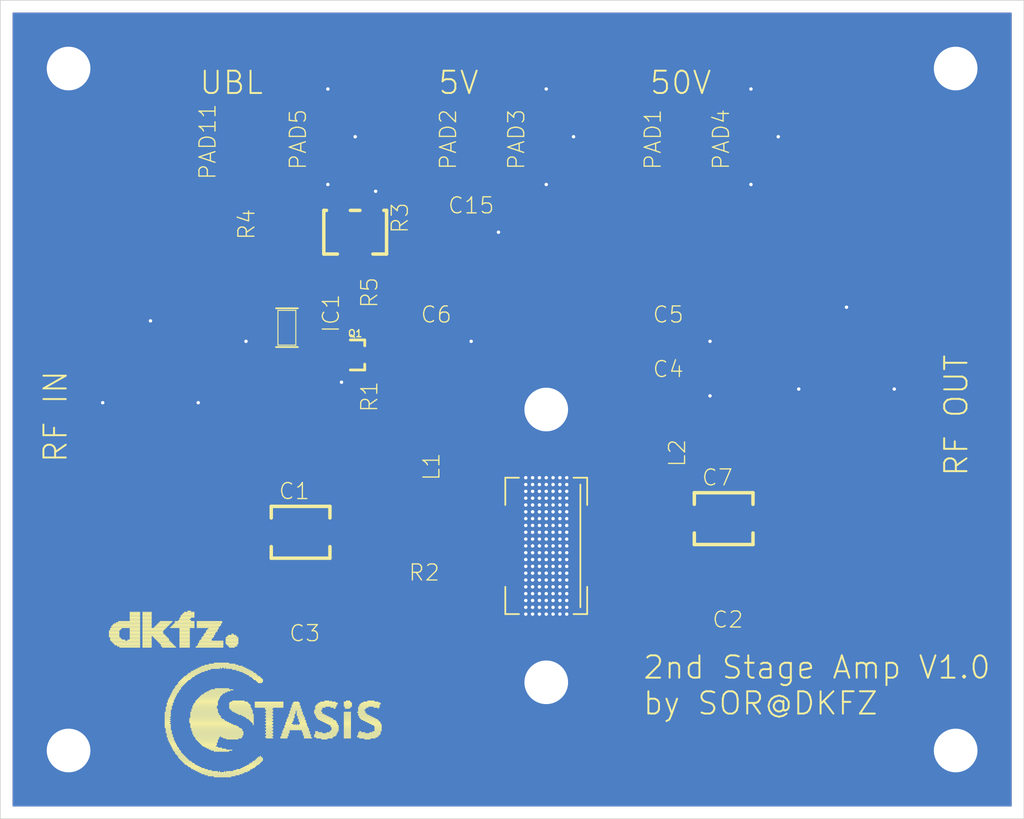
<source format=kicad_pcb>
(kicad_pcb (version 20240108) (generator "pcbnew") (generator_version "8.0")
  (layers (0 "F.Cu" signal) (31 "B.Cu" signal) (34 "B.Paste" user) (35 "F.Paste" user) (36 "B.SilkS" user "B.Silkscreen") (37 "F.SilkS" user "F.Silkscreen") (38 "B.Mask" user) (39 "F.Mask" user) (44 "Edge.Cuts" user))
  (net 0 "")
  (net 1 "N$1")
  (net 2 "N$2")
  (net 3 "N$3")
  (net 4 "N$4")
  (net 5 "N$6")
  (net 6 "GND")
  (net 7 "N$7")
  (net 8 "VCC")
  (net 9 "N$11")
  (net 10 "N$15")
  (net 11 "N$18")
  (net 12 "N$20")
  (net 13 "N$5")
  (footprint "Stage2_Amplifier:C0805_334" (layer "F.Cu") (at 145.0011 92.0036)
    (property "Reference" "C15" (at -1.27 -1.27 0) (layer "F.SilkS") (effects (font (size 1.176528 1.176528) (thickness 0.093472)) (justify left bottom)))
    (property "Value" "10nF")
    (pad "1" smd rect (at -0.95 0) (size 1.3 1.5) (layers "F.Cu" "F.Paste" "F.Mask") (net 8 "VCC"))
    (pad "2" smd rect (at 0.95 0) (size 1.3 1.5) (layers "F.Cu" "F.Paste" "F.Mask") (net 6 "GND"))
  )
  (footprint "Stage2_Amplifier:TO-270_ONBOARD" (layer "F.Cu") (at 151.0011 115.0036)
    (property "Reference" "U$1" (hide yes))
    (property "Value" "MRFE6VS25NR1" (hide yes))
    (pad "P$1" smd rect (at 4.1 0) (size 2.5 5) (layers "F.Cu" "F.Paste" "F.Mask") (net 4 "N$4"))
    (pad "P$2" smd rect (at -4.1 0) (size 2.5 5) (layers "F.Cu" "F.Paste" "F.Mask") (net 1 "N$1"))
    (pad "P$3" smd rect (at 0 0) (size 3.8 11) (layers "F.Cu" "F.Paste" "F.Mask") (net 6 "GND"))
  )
  (footprint "Stage2_Amplifier:SMD2,54-5,08_412" (layer "F.Cu") (at 135.0011 85.0036)
    (property "Reference" "PAD5" (at -1.5 2.5 90) (layer "F.SilkS") (effects (font (size 1.176528 1.176528) (thickness 0.093472)) (justify left bottom)))
    (property "Value" "")
    (pad "1" smd rect (at 0 0) (size 2.54 5.08) (layers "F.Cu" "F.Paste" "F.Mask") (net 6 "GND"))
  )
  (footprint "Stage2_Amplifier:C1210_334" (layer "F.Cu") (at 164.0011 118.0036)
    (property "Reference" "C2" (at -0.905 3.095 0) (layer "F.SilkS") (effects (font (size 1.176528 1.176528) (thickness 0.093472)) (justify left bottom)))
    (property "Value" "15pF")
    (pad "1" smd rect (at -1.4 0) (size 1.6 2.7) (layers "F.Cu" "F.Paste" "F.Mask") (net 4 "N$4"))
    (pad "2" smd rect (at 1.4 0) (size 1.6 2.7) (layers "F.Cu" "F.Paste" "F.Mask") (net 5 "N$6"))
  )
  (footprint "Stage2_Amplifier:LOGO_DKFZ" (layer "F.Cu") (at 119.0011 122.5036)
    (property "Reference" "U$5" (hide yes))
    (property "Value" "" (hide yes))
  )
  (footprint "Stage2_Amplifier:C1210_334" (layer "F.Cu") (at 133.0011 119.0036)
    (property "Reference" "C3" (at -0.905 3.095 0) (layer "F.SilkS") (effects (font (size 1.176528 1.176528) (thickness 0.093472)) (justify left bottom)))
    (property "Value" "5pF")
    (pad "1" smd rect (at -1.4 0) (size 1.6 2.7) (layers "F.Cu" "F.Paste" "F.Mask") (net 13 "N$5"))
    (pad "2" smd rect (at 1.4 0) (size 1.6 2.7) (layers "F.Cu" "F.Paste" "F.Mask") (net 2 "N$2"))
  )
  (footprint "Stage2_Amplifier:C0805_334" (layer "F.Cu") (at 143.0011 100.0036)
    (property "Reference" "C6" (at -1.27 -1.27 0) (layer "F.SilkS") (effects (font (size 1.176528 1.176528) (thickness 0.093472)) (justify left bottom)))
    (property "Value" "1nF")
    (pad "1" smd rect (at -0.95 0) (size 1.3 1.5) (layers "F.Cu" "F.Paste" "F.Mask") (net 9 "N$11"))
    (pad "2" smd rect (at 0.95 0) (size 1.3 1.5) (layers "F.Cu" "F.Paste" "F.Mask") (net 6 "GND"))
  )
  (footprint "Stage2_Amplifier:SOT23-5_87" (layer "F.Cu") (at 132.0011 99.0036 -90)
    (property "Reference" "IC1" (at -2.54 -2.54 90) (layer "F.SilkS") (effects (font (size 1.176528 1.176528) (thickness 0.093472)) (justify right top)))
    (property "Value" "74LVC1G14DBV")
    (pad "1" smd rect (at -0.95 1.29 270) (size 0.69 0.99) (layers "F.Cu" "F.Paste" "F.Mask"))
    (pad "2" smd rect (at 0 1.29 270) (size 0.69 0.99) (layers "F.Cu" "F.Paste" "F.Mask") (net 12 "N$20"))
    (pad "3" smd rect (at 0.95 1.29 270) (size 0.69 0.99) (layers "F.Cu" "F.Paste" "F.Mask") (net 6 "GND"))
    (pad "4" smd rect (at 0.95 -1.3 270) (size 0.69 0.99) (layers "F.Cu" "F.Paste" "F.Mask") (net 11 "N$18"))
    (pad "5" smd rect (at -0.95 -1.3 270) (size 0.69 0.99) (layers "F.Cu" "F.Paste" "F.Mask") (net 8 "VCC"))
  )
  (footprint "Stage2_Amplifier:LOGO_STASIS" (layer "F.Cu") (at 132.0011 128.0036)
    (property "Reference" "U$4" (hide yes))
    (property "Value" "" (hide yes))
  )
  (footprint "Stage2_Amplifier:R0805_334" (layer "F.Cu") (at 140.0011 97.0036 90)
    (property "Reference" "R5" (at -0.635 -1.27 90) (layer "F.SilkS") (effects (font (size 1.176528 1.176528) (thickness 0.093472)) (justify left bottom)))
    (property "Value" "220")
    (pad "1" smd rect (at -0.95 0 90) (size 1.3 1.5) (layers "F.Cu" "F.Paste" "F.Mask") (net 9 "N$11"))
    (pad "2" smd rect (at 0.95 0 90) (size 1.3 1.5) (layers "F.Cu" "F.Paste" "F.Mask") (net 10 "N$15"))
  )
  (footprint "Stage2_Amplifier:C1206_334" (layer "F.Cu") (at 160.0011 104.0036)
    (property "Reference" "C4" (at -1.27 -1.27 0) (layer "F.SilkS") (effects (font (size 1.176528 1.176528) (thickness 0.093472)) (justify left bottom)))
    (property "Value" "10nF")
    (pad "1" smd rect (at -1.4 0) (size 1.6 1.8) (layers "F.Cu" "F.Paste" "F.Mask") (net 7 "N$7"))
    (pad "2" smd rect (at 1.4 0) (size 1.6 1.8) (layers "F.Cu" "F.Paste" "F.Mask") (net 6 "GND"))
  )
  (footprint "Stage2_Amplifier:SMD2,54-5,08_412" (layer "F.Cu") (at 161.0011 85.0036)
    (property "Reference" "PAD1" (at -1.5 2.5 90) (layer "F.SilkS") (effects (font (size 1.176528 1.176528) (thickness 0.093472)) (justify left bottom)))
    (property "Value" "")
    (pad "1" smd rect (at 0 0) (size 2.54 5.08) (layers "F.Cu" "F.Paste" "F.Mask") (net 7 "N$7"))
  )
  (footprint "Stage2_Amplifier:R1206_334" (layer "F.Cu") (at 142.0011 115.0036 180)
    (property "Reference" "R2" (at -1.27 -1.27 0) (layer "F.SilkS") (effects (font (size 1.176528 1.176528) (thickness 0.093472)) (justify right top)))
    (property "Value" "2")
    (pad "1" smd rect (at -1.422 0 180) (size 1.6 1.803) (layers "F.Cu" "F.Paste" "F.Mask") (net 1 "N$1"))
    (pad "2" smd rect (at 1.422 0 180) (size 1.6 1.803) (layers "F.Cu" "F.Paste" "F.Mask") (net 2 "N$2"))
  )
  (footprint "Stage2_Amplifier:C1206_334" (layer "F.Cu") (at 160.0011 100.0036)
    (property "Reference" "C5" (at -1.27 -1.27 0) (layer "F.SilkS") (effects (font (size 1.176528 1.176528) (thickness 0.093472)) (justify left bottom)))
    (property "Value" "1nF")
    (pad "1" smd rect (at -1.4 0) (size 1.6 1.8) (layers "F.Cu" "F.Paste" "F.Mask") (net 7 "N$7"))
    (pad "2" smd rect (at 1.4 0) (size 1.6 1.8) (layers "F.Cu" "F.Paste" "F.Mask") (net 6 "GND"))
  )
  (footprint "Stage2_Amplifier:SMD2,54-5,08_412" (layer "F.Cu") (at 129.0011 85.0036 180)
    (property "Reference" "PAD11" (at 3.5 2.5 90) (layer "F.SilkS") (effects (font (size 1.176528 1.176528) (thickness 0.093472)) (justify right top)))
    (property "Value" "")
    (pad "1" smd rect (at 0 0 180) (size 2.54 5.08) (layers "F.Cu" "F.Paste" "F.Mask") (net 12 "N$20"))
  )
  (footprint "Stage2_Amplifier:SMD2,54-5,08_412" (layer "F.Cu") (at 151.0011 85.0036)
    (property "Reference" "PAD3" (at -1.5 2.5 90) (layer "F.SilkS") (effects (font (size 1.176528 1.176528) (thickness 0.093472)) (justify left bottom)))
    (property "Value" "")
    (pad "1" smd rect (at 0 0) (size 2.54 5.08) (layers "F.Cu" "F.Paste" "F.Mask") (net 6 "GND"))
  )
  (footprint "Stage2_Amplifier:COAX.141" (layer "F.Cu") (at 122.0011 111.0036 90)
    (property "Reference" "U$2" (hide yes))
    (property "Value" "COAX_CON_DIRECT" (hide yes))
    (pad "P$1" smd rect (at -3.363718 0 90) (size 4 2) (layers "F.Cu" "F.Paste" "F.Mask") (net 13 "N$5"))
    (pad "P$2" smd rect (at 6.545578 0 90) (size 10 5.588) (layers "F.Cu" "F.Paste" "F.Mask") (net 6 "GND"))
  )
  (footprint "Stage2_Amplifier:R1206_334" (layer "F.Cu") (at 140.0011 104.0036 90)
    (property "Reference" "R1" (at -1.27 -1.27 90) (layer "F.SilkS") (effects (font (size 1.176528 1.176528) (thickness 0.093472)) (justify left bottom)))
    (property "Value" "1")
    (pad "1" smd rect (at -1.422 0 90) (size 1.6 1.803) (layers "F.Cu" "F.Paste" "F.Mask") (net 3 "N$3"))
    (pad "2" smd rect (at 1.422 0 90) (size 1.6 1.803) (layers "F.Cu" "F.Paste" "F.Mask") (net 9 "N$11"))
  )
  (footprint "Stage2_Amplifier:COAX.141" (layer "F.Cu") (at 173.0011 110.0036 90)
    (property "Reference" "U$3" (hide yes))
    (property "Value" "COAX_CON_DIRECT" (hide yes))
    (pad "P$1" smd rect (at -3.363718 0 90) (size 4 2) (layers "F.Cu" "F.Paste" "F.Mask") (net 5 "N$6"))
    (pad "P$2" smd rect (at 6.545578 0 90) (size 10 5.588) (layers "F.Cu" "F.Paste" "F.Mask") (net 6 "GND"))
  )
  (footprint "Stage2_Amplifier:CTRIMTZBX4_334" (layer "F.Cu") (at 164.0011 113.0036 90)
    (property "Reference" "C7" (at 3.7 0.75 0) (layer "F.SilkS") (effects (font (size 1.176528 1.176528) (thickness 0.093472)) (justify right top)))
    (property "Value" "1-10pF")
    (pad "1" smd rect (at 0 -1.8 90) (size 1.6 1.2) (layers "F.Cu" "F.Paste" "F.Mask") (net 4 "N$4"))
    (pad "2" smd rect (at 0 1.8 90) (size 1.6 1.2) (layers "F.Cu" "F.Paste" "F.Mask") (net 5 "N$6"))
  )
  (footprint "Stage2_Amplifier:SMD2,54-5,08_412" (layer "F.Cu") (at 146.0011 85.0036)
    (property "Reference" "PAD2" (at -1.5 2.5 90) (layer "F.SilkS") (effects (font (size 1.176528 1.176528) (thickness 0.093472)) (justify left bottom)))
    (property "Value" "")
    (pad "1" smd rect (at 0 0) (size 2.54 5.08) (layers "F.Cu" "F.Paste" "F.Mask") (net 8 "VCC"))
  )
  (footprint "Stage2_Amplifier:SOT323_514" (layer "F.Cu") (at 137.0011 101.0036 -90)
    (property "Reference" "Q1" (at -1.27 0 0) (layer "F.SilkS") (effects (font (size 0.512064 0.512064) (thickness 0.097536)) (justify bottom)))
    (property "Value" "2N7002PW")
    (pad "1" smd rect (at -0.65 0.925 270) (size 0.7 0.7) (layers "F.Cu" "F.Paste" "F.Mask") (net 11 "N$18"))
    (pad "2" smd rect (at 0.65 0.925 270) (size 0.7 0.7) (layers "F.Cu" "F.Paste" "F.Mask") (net 6 "GND"))
    (pad "3" smd rect (at 0 -0.925 270) (size 0.7 0.7) (layers "F.Cu" "F.Paste" "F.Mask") (net 9 "N$11"))
  )
  (footprint "Stage2_Amplifier:L3225P_334" (layer "F.Cu") (at 158.0011 109.0036 -90)
    (property "Reference" "L2" (at -1.905 -1.905 90) (layer "F.SilkS") (effects (font (size 1.176528 1.176528) (thickness 0.093472)) (justify right top)))
    (property "Value" "")
    (pad "1" smd rect (at -1.4 0 270) (size 1.8 2) (layers "F.Cu" "F.Paste" "F.Mask") (net 7 "N$7"))
    (pad "2" smd rect (at 1.4 0 270) (size 1.8 2) (layers "F.Cu" "F.Paste" "F.Mask") (net 4 "N$4"))
  )
  (footprint "Stage2_Amplifier:CTRIMTZBX4_334" (layer "F.Cu") (at 133.0011 114.0036 90)
    (property "Reference" "C1" (at 3.7 0.75 0) (layer "F.SilkS") (effects (font (size 1.176528 1.176528) (thickness 0.093472)) (justify right top)))
    (property "Value" "1-10pF")
    (pad "1" smd rect (at 0 -1.8 90) (size 1.6 1.2) (layers "F.Cu" "F.Paste" "F.Mask") (net 13 "N$5"))
    (pad "2" smd rect (at 0 1.8 90) (size 1.6 1.2) (layers "F.Cu" "F.Paste" "F.Mask") (net 2 "N$2"))
  )
  (footprint "Stage2_Amplifier:L3225P_334" (layer "F.Cu") (at 140.0011 110.0036 -90)
    (property "Reference" "L1" (at -1.905 -1.905 90) (layer "F.SilkS") (effects (font (size 1.176528 1.176528) (thickness 0.093472)) (justify right top)))
    (property "Value" "39nH (1111SQ-39NGEC)")
    (pad "1" smd rect (at -1.4 0 270) (size 1.8 2) (layers "F.Cu" "F.Paste" "F.Mask") (net 3 "N$3"))
    (pad "2" smd rect (at 1.4 0 270) (size 1.8 2) (layers "F.Cu" "F.Paste" "F.Mask") (net 2 "N$2"))
  )
  (footprint "Stage2_Amplifier:RTRIM3224W_334" (layer "F.Cu") (at 137.0011 92.0036 180)
    (property "Reference" "R3" (at -2.59 2.255 90) (layer "F.SilkS") (effects (font (size 1.176528 1.176528) (thickness 0.093472)) (justify right top)))
    (property "Value" "3224W-1-501E")
    (pad "1" smd rect (at -1.25 1.45 180) (size 1.3 1.6) (layers "F.Cu" "F.Paste" "F.Mask") (net 6 "GND"))
    (pad "2" smd rect (at 0 -1.45 180) (size 2 1.6) (layers "F.Cu" "F.Paste" "F.Mask") (net 10 "N$15"))
    (pad "3" smd rect (at 1.25 1.45 180) (size 1.3 1.6) (layers "F.Cu" "F.Paste" "F.Mask") (net 8 "VCC"))
  )
  (footprint "Stage2_Amplifier:R0805_334" (layer "F.Cu") (at 131.0011 92.0036 90)
    (property "Reference" "R4" (at -0.635 -1.27 90) (layer "F.SilkS") (effects (font (size 1.176528 1.176528) (thickness 0.093472)) (justify left bottom)))
    (property "Value" "47k")
    (pad "1" smd rect (at -0.95 0 90) (size 1.3 1.5) (layers "F.Cu" "F.Paste" "F.Mask") (net 12 "N$20"))
    (pad "2" smd rect (at 0.95 0 90) (size 1.3 1.5) (layers "F.Cu" "F.Paste" "F.Mask") (net 6 "GND"))
  )
  (footprint "Stage2_Amplifier:SMD2,54-5,08_412" (layer "F.Cu") (at 166.0011 85.0036)
    (property "Reference" "PAD4" (at -1.5 2.5 90) (layer "F.SilkS") (effects (font (size 1.176528 1.176528) (thickness 0.093472)) (justify left bottom)))
    (property "Value" "")
    (pad "1" smd rect (at 0 0) (size 2.54 5.08) (layers "F.Cu" "F.Paste" "F.Mask") (net 6 "GND"))
  )
  (gr_line (start 111.0011 135.0036) (end 186.0011 135.0036) (stroke (width 0.05)) (layer "Edge.Cuts"))
  (gr_line (start 186.0011 135.0036) (end 186.0011 75.0036) (stroke (width 0.05)) (layer "Edge.Cuts"))
  (gr_line (start 186.0011 75.0036) (end 111.0011 75.0036) (stroke (width 0.05)) (layer "Edge.Cuts"))
  (gr_line (start 111.0011 75.0036) (end 111.0011 135.0036) (stroke (width 0.05)) (layer "Edge.Cuts"))
  (gr_text "RF OUT" (at 182.0011 110.0036 90) (layer "F.SilkS") (effects (font (size 1.63576 1.63576) (thickness 0.14224)) (justify left bottom)))
  (gr_text "2nd Stage Amp V1.0\nby SOR@DKFZ" (at 158.0011 127.5036 0) (layer "F.SilkS") (effects (font (size 1.63576 1.63576) (thickness 0.14224)) (justify left bottom)))
  (gr_text "50V" (at 158.5011 82.0036 0) (layer "F.SilkS") (effects (font (size 1.63576 1.63576) (thickness 0.14224)) (justify left bottom)))
  (gr_text "RF IN" (at 116.0011 109.0036 90) (layer "F.SilkS") (effects (font (size 1.63576 1.63576) (thickness 0.14224)) (justify left bottom)))
  (gr_text "5V" (at 143.0011 82.0036 0) (layer "F.SilkS") (effects (font (size 1.63576 1.63576) (thickness 0.14224)) (justify left bottom)))
  (gr_text "UBL" (at 125.5011 82.0036 0) (layer "F.SilkS") (effects (font (size 1.63576 1.63576) (thickness 0.14224)) (justify left bottom)))
  (segment (start 146.9011 115.0036) (end 143.4231 115.0036) (width 1.27) (layer "F.Cu") (net 1))
  (segment (start 139.5791 114.0036) (end 140.0011 114.4256) (width 1.27) (layer "F.Cu") (net 2))
  (segment (start 134.4011 119.0036) (end 139.4011 114.0036) (width 1.27) (layer "F.Cu") (net 2))
  (segment (start 140.0011 114.4256) (end 140.0011 111.4036) (width 1.27) (layer "F.Cu") (net 2))
  (segment (start 140.5791 115.0036) (end 140.0011 114.4256) (width 1.27) (layer "F.Cu") (net 2))
  (segment (start 139.4011 114.0036) (end 139.5791 114.0036) (width 1.27) (layer "F.Cu") (net 2))
  (segment (start 134.8011 114.0036) (end 139.4011 114.0036) (width 1.27) (layer "F.Cu") (net 2))
  (segment (start 140.0011 108.6036) (end 140.0011 105.4256) (width 1.27) (layer "F.Cu") (net 3))
  (segment (start 159.6011 115.0036) (end 160.2011 115.0036) (width 1.27) (layer "F.Cu") (net 4))
  (segment (start 162.6011 118.0036) (end 159.6011 115.0036) (width 1.27) (layer "F.Cu") (net 4))
  (segment (start 158.0011 112.1036) (end 155.1011 115.0036) (width 1.27) (layer "F.Cu") (net 4))
  (segment (start 162.2011 113.0036) (end 160.2011 115.0036) (width 1.27) (layer "F.Cu") (net 4))
  (segment (start 155.1011 115.0036) (end 159.0011 115.0036) (width 1.27) (layer "F.Cu") (net 4))
  (segment (start 158.0011 110.4036) (end 158.0011 112.1036) (width 1.27) (layer "F.Cu") (net 4))
  (segment (start 159.6011 115.0036) (end 159.0011 115.0036) (width 1.27) (layer "F.Cu") (net 4))
  (segment (start 165.8011 113.0036) (end 169.673662 113.0036) (width 1.27) (layer "F.Cu") (net 5))
  (segment (start 170.037381 113.367319) (end 173.0011 113.367319) (width 1.27) (layer "F.Cu") (net 5))
  (segment (start 165.4011 118.0036) (end 170.037381 113.367319) (width 1.27) (layer "F.Cu") (net 5))
  (segment (start 169.673662 113.0036) (end 170.037381 113.367319) (width 1.27) (layer "F.Cu") (net 5))
  (via (at 151.0011 119.0036) (size 0.6564) (drill 0.25) (layers "F.Cu" "B.Cu") (net 6))
  (via (at 152.0011 118.5036) (size 0.6564) (drill 0.25) (layers "F.Cu" "B.Cu") (net 6))
  (via (at 152.5011 110.0036) (size 0.6564) (drill 0.25) (layers "F.Cu" "B.Cu") (net 6))
  (via (at 149.5011 118.0036) (size 0.6564) (drill 0.25) (layers "F.Cu" "B.Cu") (net 6))
  (via (at 151.0011 113.0036) (size 0.6564) (drill 0.25) (layers "F.Cu" "B.Cu") (net 6))
  (via (at 151.0011 114.0036) (size 0.6564) (drill 0.25) (layers "F.Cu" "B.Cu") (net 6))
  (via (at 151.0011 115.0036) (size 0.6564) (drill 0.25) (layers "F.Cu" "B.Cu") (net 6))
  (via (at 176.5011 103.5036) (size 0.6564) (drill 0.25) (layers "F.Cu" "B.Cu") (net 6))
  (via (at 116.0011 130.0036) (size 3.6064) (drill 3.2) (layers "F.Cu" "B.Cu") (net 6))
  (via (at 152.0011 118.0036) (size 0.6564) (drill 0.25) (layers "F.Cu" "B.Cu") (net 6))
  (via (at 151.0011 105.0036) (size 3.6064) (drill 3.2) (layers "F.Cu" "B.Cu") (net 6))
  (via (at 152.5011 118.5036) (size 0.6564) (drill 0.25) (layers "F.Cu" "B.Cu") (net 6))
  (via (at 150.5011 117.0036) (size 0.6564) (drill 0.25) (layers "F.Cu" "B.Cu") (net 6))
  (via (at 181.0011 80.0036) (size 3.6064) (drill 3.2) (layers "F.Cu" "B.Cu") (net 6))
  (via (at 149.5011 113.5036) (size 0.6564) (drill 0.25) (layers "F.Cu" "B.Cu") (net 6))
  (via (at 145.5011 100.0036) (size 0.6564) (drill 0.25) (layers "F.Cu" "B.Cu") (net 6))
  (via (at 149.5011 115.0036) (size 0.6564) (drill 0.25) (layers "F.Cu" "B.Cu") (net 6))
  (via (at 151.5011 111.0036) (size 0.6564) (drill 0.25) (layers "F.Cu" "B.Cu") (net 6))
  (via (at 150.5011 113.0036) (size 0.6564) (drill 0.25) (layers "F.Cu" "B.Cu") (net 6))
  (via (at 150.0011 114.0036) (size 0.6564) (drill 0.25) (layers "F.Cu" "B.Cu") (net 6))
  (via (at 150.0011 116.0036) (size 0.6564) (drill 0.25) (layers "F.Cu" "B.Cu") (net 6))
  (via (at 150.0011 116.5036) (size 0.6564) (drill 0.25) (layers "F.Cu" "B.Cu") (net 6))
  (via (at 152.0011 117.5036) (size 0.6564) (drill 0.25) (layers "F.Cu" "B.Cu") (net 6))
  (via (at 149.5011 114.5036) (size 0.6564) (drill 0.25) (layers "F.Cu" "B.Cu") (net 6))
  (via (at 151.5011 112.0036) (size 0.6564) (drill 0.25) (layers "F.Cu" "B.Cu") (net 6))
  (via (at 116.0011 80.0036) (size 3.6064) (drill 3.2) (layers "F.Cu" "B.Cu") (net 6))
  (via (at 166.0011 88.5036) (size 0.6564) (drill 0.25) (layers "F.Cu" "B.Cu") (net 6))
  (via (at 152.0011 110.5036) (size 0.6564) (drill 0.25) (layers "F.Cu" "B.Cu") (net 6))
  (via (at 152.0011 119.0036) (size 0.6564) (drill 0.25) (layers "F.Cu" "B.Cu") (net 6))
  (via (at 149.5011 111.0036) (size 0.6564) (drill 0.25) (layers "F.Cu" "B.Cu") (net 6))
  (via (at 152.0011 116.0036) (size 0.6564) (drill 0.25) (layers "F.Cu" "B.Cu") (net 6))
  (via (at 152.0011 115.0036) (size 0.6564) (drill 0.25) (layers "F.Cu" "B.Cu") (net 6))
  (via (at 150.5011 118.5036) (size 0.6564) (drill 0.25) (layers "F.Cu" "B.Cu") (net 6))
  (via (at 151.0011 117.5036) (size 0.6564) (drill 0.25) (layers "F.Cu" "B.Cu") (net 6))
  (via (at 152.5011 110.5036) (size 0.6564) (drill 0.25) (layers "F.Cu" "B.Cu") (net 6))
  (via (at 151.0011 110.0036) (size 0.6564) (drill 0.25) (layers "F.Cu" "B.Cu") (net 6))
  (via (at 150.5011 112.0036) (size 0.6564) (drill 0.25) (layers "F.Cu" "B.Cu") (net 6))
  (via (at 168.0011 85.0036) (size 0.6564) (drill 0.25) (layers "F.Cu" "B.Cu") (net 6))
  (via (at 152.5011 116.5036) (size 0.6564) (drill 0.25) (layers "F.Cu" "B.Cu") (net 6))
  (via (at 149.5011 112.0036) (size 0.6564) (drill 0.25) (layers "F.Cu" "B.Cu") (net 6))
  (via (at 152.0011 110.0036) (size 0.6564) (drill 0.25) (layers "F.Cu" "B.Cu") (net 6))
  (via (at 150.0011 111.5036) (size 0.6564) (drill 0.25) (layers "F.Cu" "B.Cu") (net 6))
  (via (at 149.5011 118.5036) (size 0.6564) (drill 0.25) (layers "F.Cu" "B.Cu") (net 6))
  (via (at 151.0011 119.5036) (size 0.6564) (drill 0.25) (layers "F.Cu" "B.Cu") (net 6))
  (via (at 135.0011 88.5036) (size 0.6564) (drill 0.25) (layers "F.Cu" "B.Cu") (net 6))
  (via (at 151.0011 112.0036) (size 0.6564) (drill 0.25) (layers "F.Cu" "B.Cu") (net 6))
  (via (at 151.0011 118.0036) (size 0.6564) (drill 0.25) (layers "F.Cu" "B.Cu") (net 6))
  (via (at 135.0011 81.5036) (size 0.6564) (drill 0.25) (layers "F.Cu" "B.Cu") (net 6))
  (via (at 150.0011 113.0036) (size 0.6564) (drill 0.25) (layers "F.Cu" "B.Cu") (net 6))
  (via (at 150.0011 113.5036) (size 0.6564) (drill 0.25) (layers "F.Cu" "B.Cu") (net 6))
  (via (at 150.5011 116.5036) (size 0.6564) (drill 0.25) (layers "F.Cu" "B.Cu") (net 6))
  (via (at 150.5011 119.5036) (size 0.6564) (drill 0.25) (layers "F.Cu" "B.Cu") (net 6))
  (via (at 151.5011 115.5036) (size 0.6564) (drill 0.25) (layers "F.Cu" "B.Cu") (net 6))
  (via (at 150.0011 112.5036) (size 0.6564) (drill 0.25) (layers "F.Cu" "B.Cu") (net 6))
  (via (at 153.0011 85.0036) (size 0.6564) (drill 0.25) (layers "F.Cu" "B.Cu") (net 6))
  (via (at 150.0011 117.0036) (size 0.6564) (drill 0.25) (layers "F.Cu" "B.Cu") (net 6))
  (via (at 151.0011 81.5036) (size 0.6564) (drill 0.25) (layers "F.Cu" "B.Cu") (net 6))
  (via (at 149.5011 116.5036) (size 0.6564) (drill 0.25) (layers "F.Cu" "B.Cu") (net 6))
  (via (at 152.5011 112.5036) (size 0.6564) (drill 0.25) (layers "F.Cu" "B.Cu") (net 6))
  (via (at 149.5011 114.0036) (size 0.6564) (drill 0.25) (layers "F.Cu" "B.Cu") (net 6))
  (via (at 152.5011 118.0036) (size 0.6564) (drill 0.25) (layers "F.Cu" "B.Cu") (net 6))
  (via (at 151.5011 119.5036) (size 0.6564) (drill 0.25) (layers "F.Cu" "B.Cu") (net 6))
  (via (at 150.0011 115.0036) (size 0.6564) (drill 0.25) (layers "F.Cu" "B.Cu") (net 6))
  (via (at 149.5011 112.5036) (size 0.6564) (drill 0.25) (layers "F.Cu" "B.Cu") (net 6))
  (via (at 150.5011 114.0036) (size 0.6564) (drill 0.25) (layers "F.Cu" "B.Cu") (net 6))
  (via (at 151.5011 118.5036) (size 0.6564) (drill 0.25) (layers "F.Cu" "B.Cu") (net 6))
  (via (at 138.5011 89.0036) (size 0.6564) (drill 0.25) (layers "F.Cu" "B.Cu") (net 6))
  (via (at 151.5011 113.5036) (size 0.6564) (drill 0.25) (layers "F.Cu" "B.Cu") (net 6))
  (via (at 151.0011 113.5036) (size 0.6564) (drill 0.25) (layers "F.Cu" "B.Cu") (net 6))
  (via (at 152.5011 113.0036) (size 0.6564) (drill 0.25) (layers "F.Cu" "B.Cu") (net 6))
  (via (at 152.0011 111.0036) (size 0.6564) (drill 0.25) (layers "F.Cu" "B.Cu") (net 6))
  (via (at 151.0011 116.5036) (size 0.6564) (drill 0.25) (layers "F.Cu" "B.Cu") (net 6))
  (via (at 149.5011 120.0036) (size 0.6564) (drill 0.25) (layers "F.Cu" "B.Cu") (net 6))
  (via (at 150.0011 114.5036) (size 0.6564) (drill 0.25) (layers "F.Cu" "B.Cu") (net 6))
  (via (at 151.5011 110.0036) (size 0.6564) (drill 0.25) (layers "F.Cu" "B.Cu") (net 6))
  (via (at 151.0011 117.0036) (size 0.6564) (drill 0.25) (layers "F.Cu" "B.Cu") (net 6))
  (via (at 150.0011 111.0036) (size 0.6564) (drill 0.25) (layers "F.Cu" "B.Cu") (net 6))
  (via (at 151.5011 117.0036) (size 0.6564) (drill 0.25) (layers "F.Cu" "B.Cu") (net 6))
  (via (at 149.5011 117.5036) (size 0.6564) (drill 0.25) (layers "F.Cu" "B.Cu") (net 6))
  (via (at 149.5011 119.5036) (size 0.6564) (drill 0.25) (layers "F.Cu" "B.Cu") (net 6))
  (via (at 137.0011 85.0036) (size 0.6564) (drill 0.25) (layers "F.Cu" "B.Cu") (net 6))
  (via (at 152.5011 114.5036) (size 0.6564) (drill 0.25) (layers "F.Cu" "B.Cu") (net 6))
  (via (at 181.0011 130.0036) (size 3.6064) (drill 3.2) (layers "F.Cu" "B.Cu") (net 6))
  (via (at 151.5011 113.0036) (size 0.6564) (drill 0.25) (layers "F.Cu" "B.Cu") (net 6))
  (via (at 152.5011 119.5036) (size 0.6564) (drill 0.25) (layers "F.Cu" "B.Cu") (net 6))
  (via (at 152.0011 114.0036) (size 0.6564) (drill 0.25) (layers "F.Cu" "B.Cu") (net 6))
  (via (at 118.5011 104.5036) (size 0.6564) (drill 0.25) (layers "F.Cu" "B.Cu") (net 6))
  (via (at 152.0011 111.5036) (size 0.6564) (drill 0.25) (layers "F.Cu" "B.Cu") (net 6))
  (via (at 151.0011 116.0036) (size 0.6564) (drill 0.25) (layers "F.Cu" "B.Cu") (net 6))
  (via (at 150.0011 117.5036) (size 0.6564) (drill 0.25) (layers "F.Cu" "B.Cu") (net 6))
  (via (at 150.0011 110.5036) (size 0.6564) (drill 0.25) (layers "F.Cu" "B.Cu") (net 6))
  (via (at 152.5011 111.5036) (size 0.6564) (drill 0.25) (layers "F.Cu" "B.Cu") (net 6))
  (via (at 129.0011 100.0036) (size 0.6564) (drill 0.25) (layers "F.Cu" "B.Cu") (net 6))
  (via (at 151.5011 117.5036) (size 0.6564) (drill 0.25) (layers "F.Cu" "B.Cu") (net 6))
  (via (at 150.0011 112.0036) (size 0.6564) (drill 0.25) (layers "F.Cu" "B.Cu") (net 6))
  (via (at 150.0011 119.0036) (size 0.6564) (drill 0.25) (layers "F.Cu" "B.Cu") (net 6))
  (via (at 169.5011 103.5036) (size 0.6564) (drill 0.25) (layers "F.Cu" "B.Cu") (net 6))
  (via (at 152.5011 116.0036) (size 0.6564) (drill 0.25) (layers "F.Cu" "B.Cu") (net 6))
  (via (at 151.0011 125.0036) (size 3.6064) (drill 3.2) (layers "F.Cu" "B.Cu") (net 6))
  (via (at 150.5011 112.5036) (size 0.6564) (drill 0.25) (layers "F.Cu" "B.Cu") (net 6))
  (via (at 149.5011 113.0036) (size 0.6564) (drill 0.25) (layers "F.Cu" "B.Cu") (net 6))
  (via (at 122.0011 98.5036) (size 0.6564) (drill 0.25) (layers "F.Cu" "B.Cu") (net 6))
  (via (at 149.5011 119.0036) (size 0.6564) (drill 0.25) (layers "F.Cu" "B.Cu") (net 6))
  (via (at 151.0011 111.5036) (size 0.6564) (drill 0.25) (layers "F.Cu" "B.Cu") (net 6))
  (via (at 152.5011 112.0036) (size 0.6564) (drill 0.25) (layers "F.Cu" "B.Cu") (net 6))
  (via (at 150.5011 110.5036) (size 0.6564) (drill 0.25) (layers "F.Cu" "B.Cu") (net 6))
  (via (at 150.5011 115.5036) (size 0.6564) (drill 0.25) (layers "F.Cu" "B.Cu") (net 6))
  (via (at 150.0011 110.0036) (size 0.6564) (drill 0.25) (layers "F.Cu" "B.Cu") (net 6))
  (via (at 152.5011 113.5036) (size 0.6564) (drill 0.25) (layers "F.Cu" "B.Cu") (net 6))
  (via (at 150.5011 120.0036) (size 0.6564) (drill 0.25) (layers "F.Cu" "B.Cu") (net 6))
  (via (at 152.5011 117.5036) (size 0.6564) (drill 0.25) (layers "F.Cu" "B.Cu") (net 6))
  (via (at 149.5011 110.0036) (size 0.6564) (drill 0.25) (layers "F.Cu" "B.Cu") (net 6))
  (via (at 151.5011 110.5036) (size 0.6564) (drill 0.25) (layers "F.Cu" "B.Cu") (net 6))
  (via (at 152.0011 120.0036) (size 0.6564) (drill 0.25) (layers "F.Cu" "B.Cu") (net 6))
  (via (at 150.0011 119.5036) (size 0.6564) (drill 0.25) (layers "F.Cu" "B.Cu") (net 6))
  (via (at 151.5011 112.5036) (size 0.6564) (drill 0.25) (layers "F.Cu" "B.Cu") (net 6))
  (via (at 152.0011 119.5036) (size 0.6564) (drill 0.25) (layers "F.Cu" "B.Cu") (net 6))
  (via (at 151.5011 116.0036) (size 0.6564) (drill 0.25) (layers "F.Cu" "B.Cu") (net 6))
  (via (at 151.0011 118.5036) (size 0.6564) (drill 0.25) (layers "F.Cu" "B.Cu") (net 6))
  (via (at 152.5011 115.0036) (size 0.6564) (drill 0.25) (layers "F.Cu" "B.Cu") (net 6))
  (via (at 151.0011 88.5036) (size 0.6564) (drill 0.25) (layers "F.Cu" "B.Cu") (net 6))
  (via (at 152.0011 114.5036) (size 0.6564) (drill 0.25) (layers "F.Cu" "B.Cu") (net 6))
  (via (at 163.0011 104.0036) (size 0.6564) (drill 0.25) (layers "F.Cu" "B.Cu") (net 6))
  (via (at 151.5011 111.5036) (size 0.6564) (drill 0.25) (layers "F.Cu" "B.Cu") (net 6))
  (via (at 152.0011 112.0036) (size 0.6564) (drill 0.25) (layers "F.Cu" "B.Cu") (net 6))
  (via (at 150.0011 120.0036) (size 0.6564) (drill 0.25) (layers "F.Cu" "B.Cu") (net 6))
  (via (at 151.5011 119.0036) (size 0.6564) (drill 0.25) (layers "F.Cu" "B.Cu") (net 6))
  (via (at 147.5011 92.0036) (size 0.6564) (drill 0.25) (layers "F.Cu" "B.Cu") (net 6))
  (via (at 150.5011 111.5036) (size 0.6564) (drill 0.25) (layers "F.Cu" "B.Cu") (net 6))
  (via (at 151.0011 120.0036) (size 0.6564) (drill 0.25) (layers "F.Cu" "B.Cu") (net 6))
  (via (at 150.0011 118.5036) (size 0.6564) (drill 0.25) (layers "F.Cu" "B.Cu") (net 6))
  (via (at 152.0011 113.5036) (size 0.6564) (drill 0.25) (layers "F.Cu" "B.Cu") (net 6))
  (via (at 151.5011 114.5036) (size 0.6564) (drill 0.25) (layers "F.Cu" "B.Cu") (net 6))
  (via (at 166.0011 81.5036) (size 0.6564) (drill 0.25) (layers "F.Cu" "B.Cu") (net 6))
  (via (at 152.0011 117.0036) (size 0.6564) (drill 0.25) (layers "F.Cu" "B.Cu") (net 6))
  (via (at 152.0011 112.5036) (size 0.6564) (drill 0.25) (layers "F.Cu" "B.Cu") (net 6))
  (via (at 136.0011 103.0036) (size 0.6564) (drill 0.25) (layers "F.Cu" "B.Cu") (net 6))
  (via (at 150.5011 116.0036) (size 0.6564) (drill 0.25) (layers "F.Cu" "B.Cu") (net 6))
  (via (at 150.5011 119.0036) (size 0.6564) (drill 0.25) (layers "F.Cu" "B.Cu") (net 6))
  (via (at 151.0011 115.5036) (size 0.6564) (drill 0.25) (layers "F.Cu" "B.Cu") (net 6))
  (via (at 150.0011 115.5036) (size 0.6564) (drill 0.25) (layers "F.Cu" "B.Cu") (net 6))
  (via (at 151.0011 114.5036) (size 0.6564) (drill 0.25) (layers "F.Cu" "B.Cu") (net 6))
  (via (at 150.5011 115.0036) (size 0.6564) (drill 0.25) (layers "F.Cu" "B.Cu") (net 6))
  (via (at 150.0011 118.0036) (size 0.6564) (drill 0.25) (layers "F.Cu" "B.Cu") (net 6))
  (via (at 151.5011 116.5036) (size 0.6564) (drill 0.25) (layers "F.Cu" "B.Cu") (net 6))
  (via (at 149.5011 116.0036) (size 0.6564) (drill 0.25) (layers "F.Cu" "B.Cu") (net 6))
  (via (at 152.5011 120.0036) (size 0.6564) (drill 0.25) (layers "F.Cu" "B.Cu") (net 6))
  (via (at 125.5011 104.5036) (size 0.6564) (drill 0.25) (layers "F.Cu" "B.Cu") (net 6))
  (via (at 151.5011 118.0036) (size 0.6564) (drill 0.25) (layers "F.Cu" "B.Cu") (net 6))
  (via (at 150.5011 117.5036) (size 0.6564) (drill 0.25) (layers "F.Cu" "B.Cu") (net 6))
  (via (at 152.0011 113.0036) (size 0.6564) (drill 0.25) (layers "F.Cu" "B.Cu") (net 6))
  (via (at 150.5011 110.0036) (size 0.6564) (drill 0.25) (layers "F.Cu" "B.Cu") (net 6))
  (via (at 152.5011 111.0036) (size 0.6564) (drill 0.25) (layers "F.Cu" "B.Cu") (net 6))
  (via (at 151.0011 112.5036) (size 0.6564) (drill 0.25) (layers "F.Cu" "B.Cu") (net 6))
  (via (at 150.5011 114.5036) (size 0.6564) (drill 0.25) (layers "F.Cu" "B.Cu") (net 6))
  (via (at 149.5011 115.5036) (size 0.6564) (drill 0.25) (layers "F.Cu" "B.Cu") (net 6))
  (via (at 151.0011 110.5036) (size 0.6564) (drill 0.25) (layers "F.Cu" "B.Cu") (net 6))
  (via (at 149.5011 117.0036) (size 0.6564) (drill 0.25) (layers "F.Cu" "B.Cu") (net 6))
  (via (at 150.5011 111.0036) (size 0.6564) (drill 0.25) (layers "F.Cu" "B.Cu") (net 6))
  (via (at 152.0011 115.5036) (size 0.6564) (drill 0.25) (layers "F.Cu" "B.Cu") (net 6))
  (via (at 173.0011 97.5036) (size 0.6564) (drill 0.25) (layers "F.Cu" "B.Cu") (net 6))
  (via (at 163.0011 100.0036) (size 0.6564) (drill 0.25) (layers "F.Cu" "B.Cu") (net 6))
  (via (at 150.5011 113.5036) (size 0.6564) (drill 0.25) (layers "F.Cu" "B.Cu") (net 6))
  (via (at 152.5011 117.0036) (size 0.6564) (drill 0.25) (layers "F.Cu" "B.Cu") (net 6))
  (via (at 150.5011 118.0036) (size 0.6564) (drill 0.25) (layers "F.Cu" "B.Cu") (net 6))
  (via (at 151.0011 111.0036) (size 0.6564) (drill 0.25) (layers "F.Cu" "B.Cu") (net 6))
  (via (at 151.5011 114.0036) (size 0.6564) (drill 0.25) (layers "F.Cu" "B.Cu") (net 6))
  (via (at 152.5011 115.5036) (size 0.6564) (drill 0.25) (layers "F.Cu" "B.Cu") (net 6))
  (via (at 151.5011 115.0036) (size 0.6564) (drill 0.25) (layers "F.Cu" "B.Cu") (net 6))
  (via (at 149.5011 111.5036) (size 0.6564) (drill 0.25) (layers "F.Cu" "B.Cu") (net 6))
  (via (at 152.0011 116.5036) (size 0.6564) (drill 0.25) (layers "F.Cu" "B.Cu") (net 6))
  (via (at 152.5011 119.0036) (size 0.6564) (drill 0.25) (layers "F.Cu" "B.Cu") (net 6))
  (via (at 151.5011 120.0036) (size 0.6564) (drill 0.25) (layers "F.Cu" "B.Cu") (net 6))
  (via (at 149.5011 110.5036) (size 0.6564) (drill 0.25) (layers "F.Cu" "B.Cu") (net 6))
  (via (at 152.5011 114.0036) (size 0.6564) (drill 0.25) (layers "F.Cu" "B.Cu") (net 6))
  (segment (start 161.0011 92.0036) (end 158.0011 95.0036) (width 2.54) (layer "F.Cu") (net 7))
  (segment (start 158.6011 104.0036) (end 158.0011 104.0036) (width 0.2032) (layer "F.Cu") (net 7))
  (segment (start 158.6011 100.0036) (end 158.0011 100.0036) (width 0.2032) (layer "F.Cu") (net 7))
  (segment (start 158.0011 107.0036) (end 158.0011 107.6036) (width 0.2032) (layer "F.Cu") (net 7))
  (segment (start 161.0011 85.0036) (end 161.0011 92.0036) (width 2.54) (layer "F.Cu") (net 7))
  (segment (start 158.0011 104.0036) (end 158.0011 107.0036) (width 2.54) (layer "F.Cu") (net 7))
  (segment (start 158.0011 95.0036) (end 158.0011 100.0036) (width 2.54) (layer "F.Cu") (net 7))
  (segment (start 158.0011 100.0036) (end 158.0011 104.0036) (width 2.54) (layer "F.Cu") (net 7))
  (segment (start 135.7511 90.5536) (end 133.3011 93.0036) (width 0.8128) (layer "F.Cu") (net 8))
  (segment (start 144.0511 92.0036) (end 143.9599 91.9124) (width 0.8128) (layer "F.Cu") (net 8))
  (segment (start 144.0511 86.9536) (end 146.0011 85.0036) (width 0.8128) (layer "F.Cu") (net 8))
  (segment (start 133.3011 93.0036) (end 133.3011 98.0536) (width 0.8128) (layer "F.Cu") (net 8))
  (segment (start 136.010837 90.5536) (end 135.7511 90.5536) (width 0.8128) (layer "F.Cu") (net 8))
  (segment (start 144.0511 92.0036) (end 144.0511 86.9536) (width 0.8128) (layer "F.Cu") (net 8))
  (segment (start 137.369637 91.9124) (end 136.010837 90.5536) (width 0.8128) (layer "F.Cu") (net 8))
  (segment (start 143.9599 91.9124) (end 137.369637 91.9124) (width 0.8128) (layer "F.Cu") (net 8))
  (segment (start 140.0011 102.5816) (end 140.0011 101.0036) (width 1.27) (layer "F.Cu") (net 9))
  (segment (start 140.0011 101.0036) (end 140.0011 100.0036) (width 1.27) (layer "F.Cu") (net 9))
  (segment (start 140.0011 100.0036) (end 140.0011 97.9536) (width 1.27) (layer "F.Cu") (net 9))
  (segment (start 142.0511 100.0036) (end 140.0011 100.0036) (width 1.27) (layer "F.Cu") (net 9))
  (segment (start 137.9261 101.0036) (end 140.0011 101.0036) (width 0.508) (layer "F.Cu") (net 9))
  (segment (start 140.0011 96.0536) (end 137.4011 93.4536) (width 0.508) (layer "F.Cu") (net 10))
  (segment (start 137.4011 93.4536) (end 137.0011 93.4536) (width 0.508) (layer "F.Cu") (net 10))
  (segment (start 135.6761 99.9536) (end 136.0761 100.3536) (width 0.508) (layer "F.Cu") (net 11))
  (segment (start 133.3011 99.9536) (end 135.6761 99.9536) (width 0.508) (layer "F.Cu") (net 11))
  (segment (start 129.0011 97.758338) (end 129.0011 93.0036) (width 0.508) (layer "F.Cu") (net 12))
  (segment (start 130.047762 98.805) (end 129.0011 97.758338) (width 0.508) (layer "F.Cu") (net 12))
  (segment (start 129.0011 93.0036) (end 129.0011 85.0036) (width 0.508) (layer "F.Cu") (net 12))
  (segment (start 131.0011 92.9536) (end 129.0011 93.0036) (width 0.3048) (layer "F.Cu") (net 12))
  (segment (start 130.5125 98.805) (end 130.047762 98.805) (width 0.508) (layer "F.Cu") (net 12))
  (segment (start 130.7111 99.0036) (end 130.5125 98.805) (width 0.508) (layer "F.Cu") (net 12))
  (segment (start 131.2011 114.0036) (end 130.837381 114.367319) (width 1.27) (layer "F.Cu") (net 13))
  (segment (start 131.6011 119.0036) (end 128.0011 115.4036) (width 1.27) (layer "F.Cu") (net 13))
  (segment (start 128.0011 114.367319) (end 122.0011 114.367319) (width 1.27) (layer "F.Cu") (net 13))
  (segment (start 130.837381 114.367319) (end 128.0011 114.367319) (width 1.27) (layer "F.Cu") (net 13))
  (segment (start 128.0011 115.4036) (end 128.0011 114.367319) (width 1.27) (layer "F.Cu") (net 13))
  (zone (net 6) (net_name "GND") (layer "F.Cu") (priority 4) (connect_pads (clearance 0.000001)) (min_thickness 0.1016) (fill yes (thermal_gap 0.2532) (thermal_bridge_width 0.2532))
    (polygon (pts (xy 185.1027 134.1052) (xy 111.8995 134.1052) (xy 111.8995 75.902) (xy 185.1027 75.902)))
  )
  (zone (net 6) (net_name "GND") (layer "F.Cu") (priority 6) (connect_pads yes (clearance 0.000001)) (min_thickness 0.1016) (fill yes (thermal_gap 0.5) (thermal_bridge_width 0.5))
    (polygon (pts (xy 153.6027 121.1052) (xy 148.3995 121.1052) (xy 148.3995 108.902) (xy 153.6027 108.902)))
  )
  (zone (net 6) (net_name "GND") (layer "B.Cu") (priority 6) (connect_pads (clearance 0.000001)) (min_thickness 0.1016) (fill yes (thermal_gap 0.2532) (thermal_bridge_width 0.2532))
    (polygon (pts (xy 185.1027 134.1052) (xy 111.8995 134.1052) (xy 111.8995 75.902) (xy 185.1027 75.902)))
  )
)
</source>
